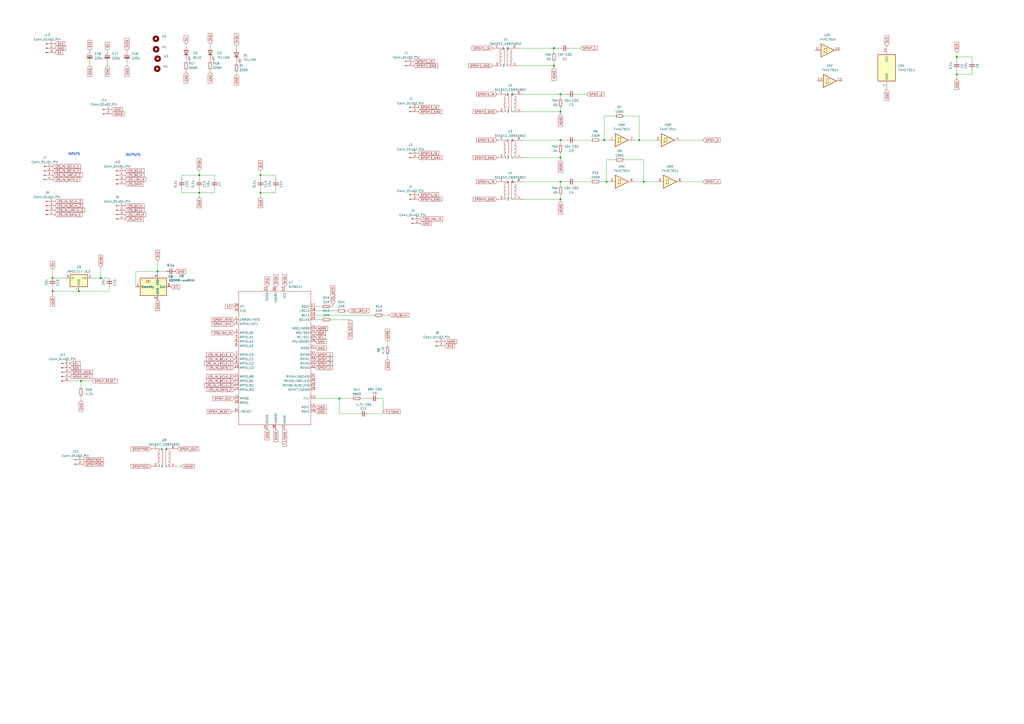
<source format=kicad_sch>
(kicad_sch (version 20231120) (generator "eeschema") (generator_version "8.0")
  (paper "A2")
  (junction (at 351.79 105.41))
  (junction (at 325.12 54.61))
  (junction (at 45.72 168.91))
  (junction (at 370.84 81.28))
  (junction (at 321.31 27.94))
  (junction (at 554.99 33.02))
  (junction (at 325.12 81.28))
  (junction (at 325.12 64.77))
  (junction (at 115.57 111.76))
  (junction (at 58.42 161.29))
  (junction (at 151.13 101.6))
  (junction (at 30.48 161.29))
  (junction (at 321.31 38.1))
  (junction (at 91.44 157.48))
  (junction (at 151.13 111.76))
  (junction (at 325.12 105.41))
  (junction (at 196.85 231.14))
  (junction (at 325.12 91.44))
  (junction (at 46.99 220.98))
  (junction (at 30.48 168.91))
  (junction (at 373.38 105.41))
  (junction (at 325.12 115.57))
  (junction (at 554.99 43.18))
  (junction (at 115.57 101.6))
  (junction (at 350.52 81.28))
  (wire (pts (xy 160.02 104.14) (xy 160.02 101.6)))
  (wire (pts (xy 351.79 92.71) (xy 351.79 105.41)))
  (wire (pts (xy 325.12 83.82) (xy 325.12 81.28)))
  (wire (pts (xy 30.48 168.91) (xy 30.48 171.45)))
  (wire (pts (xy 370.84 67.31) (xy 370.84 81.28)))
  (wire (pts (xy 46.99 232.41) (xy 46.99 229.87)))
  (wire (pts (xy 373.38 92.71) (xy 373.38 105.41)))
  (wire (pts (xy 91.44 151.13) (xy 91.44 157.48)))
  (wire (pts (xy 325.12 113.03) (xy 325.12 115.57)))
  (wire (pts (xy 219.71 231.14) (xy 222.25 231.14)))
  (wire (pts (xy 107.95 40.64) (xy 107.95 41.91)))
  (wire (pts (xy 121.92 26.67) (xy 121.92 25.4)))
  (wire (pts (xy 73.66 29.21) (xy 73.66 30.48)))
  (wire (pts (xy 325.12 115.57) (xy 325.12 116.84)))
  (wire (pts (xy 325.12 88.9) (xy 325.12 91.44)))
  (wire (pts (xy 321.31 30.48) (xy 321.31 27.94)))
  (wire (pts (xy 396.24 105.41) (xy 407.67 105.41)))
  (wire (pts (xy 373.38 105.41) (xy 368.3 105.41)))
  (wire (pts (xy 303.53 91.44) (xy 325.12 91.44)))
  (wire (pts (xy 361.95 92.71) (xy 373.38 92.71)))
  (wire (pts (xy 351.79 105.41) (xy 347.98 105.41)))
  (wire (pts (xy 105.41 101.6) (xy 105.41 104.14)))
  (wire (pts (xy 73.66 38.1) (xy 73.66 35.56)))
  (wire (pts (xy 52.07 29.21) (xy 52.07 30.48)))
  (wire (pts (xy 196.85 231.14) (xy 182.88 231.14)))
  (wire (pts (xy 336.55 27.94) (xy 330.2 27.94)))
  (wire (pts (xy 394.97 81.28) (xy 407.67 81.28)))
  (wire (pts (xy 58.42 161.29) (xy 63.5 161.29)))
  (wire (pts (xy 137.16 27.94) (xy 137.16 26.67)))
  (wire (pts (xy 105.41 270.51) (xy 102.87 270.51)))
  (wire (pts (xy 328.93 54.61) (xy 325.12 54.61)))
  (wire (pts (xy 300.99 38.1) (xy 321.31 38.1)))
  (wire (pts (xy 370.84 81.28) (xy 368.3 81.28)))
  (wire (pts (xy 151.13 104.14) (xy 151.13 101.6)))
  (wire (pts (xy 328.93 105.41) (xy 325.12 105.41)))
  (wire (pts (xy 151.13 101.6) (xy 151.13 99.06)))
  (wire (pts (xy 186.69 177.8) (xy 182.88 177.8)))
  (wire (pts (xy 563.88 43.18) (xy 554.99 43.18)))
  (wire (pts (xy 325.12 57.15) (xy 325.12 54.61)))
  (wire (pts (xy 115.57 101.6) (xy 115.57 99.06)))
  (wire (pts (xy 30.48 161.29) (xy 38.1 161.29)))
  (wire (pts (xy 325.12 27.94) (xy 321.31 27.94)))
  (wire (pts (xy 63.5 168.91) (xy 45.72 168.91)))
  (wire (pts (xy 115.57 111.76) (xy 115.57 109.22)))
  (wire (pts (xy 342.9 81.28) (xy 334.01 81.28)))
  (wire (pts (xy 350.52 67.31) (xy 350.52 81.28)))
  (wire (pts (xy 58.42 154.94) (xy 58.42 161.29)))
  (wire (pts (xy 46.99 220.98) (xy 40.64 220.98)))
  (wire (pts (xy 91.44 157.48) (xy 78.74 157.48)))
  (wire (pts (xy 105.41 111.76) (xy 115.57 111.76)))
  (wire (pts (xy 115.57 101.6) (xy 105.41 101.6)))
  (wire (pts (xy 224.79 200.66) (xy 224.79 198.12)))
  (wire (pts (xy 78.74 157.48) (xy 78.74 166.37)))
  (wire (pts (xy 353.06 105.41) (xy 351.79 105.41)))
  (wire (pts (xy 115.57 104.14) (xy 115.57 101.6)))
  (wire (pts (xy 160.02 101.6) (xy 151.13 101.6)))
  (wire (pts (xy 53.34 220.98) (xy 46.99 220.98)))
  (wire (pts (xy 196.85 231.14) (xy 196.85 240.03)))
  (wire (pts (xy 124.46 109.22) (xy 124.46 111.76)))
  (wire (pts (xy 353.06 81.28) (xy 350.52 81.28)))
  (wire (pts (xy 30.48 166.37) (xy 30.48 168.91)))
  (wire (pts (xy 62.23 38.1) (xy 62.23 35.56)))
  (wire (pts (xy 160.02 109.22) (xy 160.02 111.76)))
  (wire (pts (xy 356.87 92.71) (xy 351.79 92.71)))
  (wire (pts (xy 554.99 33.02) (xy 554.99 30.48)))
  (wire (pts (xy 554.99 35.56) (xy 554.99 33.02)))
  (wire (pts (xy 193.04 176.53) (xy 193.04 177.8)))
  (wire (pts (xy 361.95 67.31) (xy 370.84 67.31)))
  (wire (pts (xy 222.25 231.14) (xy 222.25 240.03)))
  (wire (pts (xy 300.99 27.94) (xy 321.31 27.94)))
  (wire (pts (xy 340.36 54.61) (xy 334.01 54.61)))
  (wire (pts (xy 342.9 105.41) (xy 334.01 105.41)))
  (wire (pts (xy 182.88 182.88) (xy 217.17 182.88)))
  (wire (pts (xy 554.99 45.72) (xy 554.99 43.18)))
  (wire (pts (xy 563.88 33.02) (xy 554.99 33.02)))
  (wire (pts (xy 30.48 156.21) (xy 30.48 161.29)))
  (wire (pts (xy 222.25 182.88) (xy 226.06 182.88)))
  (wire (pts (xy 350.52 81.28) (xy 347.98 81.28)))
  (wire (pts (xy 53.34 161.29) (xy 58.42 161.29)))
  (wire (pts (xy 160.02 111.76) (xy 151.13 111.76)))
  (wire (pts (xy 204.47 231.14) (xy 196.85 231.14)))
  (wire (pts (xy 356.87 67.31) (xy 350.52 67.31)))
  (wire (pts (xy 554.99 43.18) (xy 554.99 40.64)))
  (wire (pts (xy 121.92 40.64) (xy 121.92 41.91)))
  (wire (pts (xy 96.52 157.48) (xy 91.44 157.48)))
  (wire (pts (xy 124.46 101.6) (xy 115.57 101.6)))
  (wire (pts (xy 328.93 81.28) (xy 325.12 81.28)))
  (wire (pts (xy 214.63 231.14) (xy 209.55 231.14)))
  (wire (pts (xy 105.41 109.22) (xy 105.41 111.76)))
  (wire (pts (xy 115.57 114.3) (xy 115.57 111.76)))
  (wire (pts (xy 134.62 238.76) (xy 135.89 238.76)))
  (wire (pts (xy 321.31 38.1) (xy 321.31 39.37)))
  (wire (pts (xy 151.13 111.76) (xy 151.13 109.22)))
  (wire (pts (xy 201.93 180.34) (xy 200.66 180.34)))
  (wire (pts (xy 124.46 111.76) (xy 115.57 111.76)))
  (wire (pts (xy 137.16 36.83) (xy 137.16 35.56)))
  (wire (pts (xy 63.5 166.37) (xy 63.5 168.91)))
  (wire (pts (xy 107.95 26.67) (xy 107.95 25.4)))
  (wire (pts (xy 325.12 64.77) (xy 325.12 66.04)))
  (wire (pts (xy 303.53 115.57) (xy 325.12 115.57)))
  (wire (pts (xy 224.79 208.28) (xy 224.79 205.74)))
  (wire (pts (xy 46.99 224.79) (xy 46.99 220.98)))
  (wire (pts (xy 186.69 185.42) (xy 182.88 185.42)))
  (wire (pts (xy 195.58 180.34) (xy 182.88 180.34)))
  (wire (pts (xy 137.16 41.91) (xy 137.16 43.18)))
  (wire (pts (xy 124.46 101.6) (xy 124.46 104.14)))
  (wire (pts (xy 325.12 62.23) (xy 325.12 64.77)))
  (wire (pts (xy 381 105.41) (xy 373.38 105.41)))
  (wire (pts (xy 303.53 105.41) (xy 325.12 105.41)))
  (wire (pts (xy 52.07 38.1) (xy 52.07 35.56)))
  (wire (pts (xy 208.28 240.03) (xy 196.85 240.03)))
  (wire (pts (xy 325.12 91.44) (xy 325.12 92.71)))
  (wire (pts (xy 303.53 81.28) (xy 325.12 81.28)))
  (wire (pts (xy 121.92 35.56) (xy 121.92 34.29)))
  (wire (pts (xy 325.12 107.95) (xy 325.12 105.41)))
  (wire (pts (xy 222.25 240.03) (xy 213.36 240.03)))
  (wire (pts (xy 563.88 35.56) (xy 563.88 33.02)))
  (wire (pts (xy 563.88 40.64) (xy 563.88 43.18)))
  (wire (pts (xy 379.73 81.28) (xy 370.84 81.28)))
  (wire (pts (xy 30.48 168.91) (xy 45.72 168.91)))
  (wire (pts (xy 203.2 185.42) (xy 191.77 185.42)))
  (wire (pts (xy 303.53 64.77) (xy 325.12 64.77)))
  (wire (pts (xy 151.13 114.3) (xy 151.13 111.76)))
  (wire (pts (xy 303.53 54.61) (xy 325.12 54.61)))
  (wire (pts (xy 321.31 35.56) (xy 321.31 38.1)))
  (wire (pts (xy 91.44 157.48) (xy 91.44 158.75)))
  (wire (pts (xy 62.23 29.21) (xy 62.23 30.48)))
  (wire (pts (xy 107.95 35.56) (xy 107.95 34.29)))
  (wire (pts (xy 193.04 177.8) (xy 191.77 177.8)))
  (text "OUTPUTS" (at 77.216 89.916 0) (effects (font (size 1.27 1.27) (thickness 0.254) (bold yes))))
  (text "INPUTS" (at 42.926 89.408 0) (effects (font (size 1.27 1.27) (thickness 0.254) (bold yes))))
  (global_label "I2S_IN_LRCLK_1" (shape input) (at 30.48 101.6 0) (property "Intersheetrefs" "${INTERSHEET_REFS}" (effects (hide yes))))
  (global_label "GND" (shape input) (at 62.23 38.1 270) (property "Intersheetrefs" "${INTERSHEET_REFS}" (effects (hide yes))))
  (global_label "SPDIF_OUT" (shape input) (at 135.89 231.14 180) (property "Intersheetrefs" "${INTERSHEET_REFS}" (effects (hide yes))))
  (global_label "I2S_IN_SCLK_1" (shape input) (at 30.48 96.52 0) (property "Intersheetrefs" "${INTERSHEET_REFS}" (effects (hide yes))))
  (global_label "I2S_IN_DATA_2" (shape input) (at 31.75 124.46 0) (property "Intersheetrefs" "${INTERSHEET_REFS}" (effects (hide yes))))
  (global_label "GND" (shape input) (at 52.07 38.1 270) (property "Intersheetrefs" "${INTERSHEET_REFS}" (effects (hide yes))))
  (global_label "SPDIF_INT1" (shape input) (at 135.89 187.96 180) (property "Intersheetrefs" "${INTERSHEET_REFS}" (effects (hide yes))))
  (global_label "I2S_BCLK" (shape input) (at 72.39 101.6 0) (property "Intersheetrefs" "${INTERSHEET_REFS}" (effects (hide yes))))
  (global_label "I2S_IN_DATA_1" (shape input) (at 135.89 213.36 180) (property "Intersheetrefs" "${INTERSHEET_REFS}" (effects (hide yes))))
  (global_label "SPDIF2_IN" (shape input) (at 288.29 54.61 180) (property "Intersheetrefs" "${INTERSHEET_REFS}" (effects (hide yes))))
  (global_label "TOSLINK_IN" (shape input) (at 243.84 127 0) (property "Intersheetrefs" "${INTERSHEET_REFS}" (effects (hide yes))))
  (global_label "ADR0" (shape input) (at 224.79 198.12 90) (property "Intersheetrefs" "${INTERSHEET_REFS}" (effects (hide yes))))
  (global_label "SPDIF1_IN" (shape input) (at 240.03 35.56 0) (property "Intersheetrefs" "${INTERSHEET_REFS}" (effects (hide yes))))
  (global_label "AGND" (shape input) (at 160.02 248.92 270) (property "Intersheetrefs" "${INTERSHEET_REFS}" (effects (hide yes))))
  (global_label "3V3A" (shape input) (at 115.57 99.06 90) (property "Intersheetrefs" "${INTERSHEET_REFS}" (effects (hide yes))))
  (global_label "I2S_IN_DATA_1" (shape input) (at 30.48 104.14 0) (property "Intersheetrefs" "${INTERSHEET_REFS}" (effects (hide yes))))
  (global_label "I2S_IN_DATA_2" (shape input) (at 135.89 226.06 180) (property "Intersheetrefs" "${INTERSHEET_REFS}" (effects (hide yes))))
  (global_label "AGND" (shape input) (at 325.12 92.71 270) (property "Intersheetrefs" "${INTERSHEET_REFS}" (effects (hide yes))))
  (global_label "GND" (shape input) (at 154.94 248.92 270) (property "Intersheetrefs" "${INTERSHEET_REFS}" (effects (hide yes))))
  (global_label "GND" (shape input) (at 101.6 157.48 0) (property "Intersheetrefs" "${INTERSHEET_REFS}" (effects (hide yes))))
  (global_label "SDA" (shape input) (at 40.64 213.36 0) (property "Intersheetrefs" "${INTERSHEET_REFS}" (effects (hide yes))))
  (global_label "TOSLINK_IN" (shape input) (at 135.89 193.04 180) (property "Intersheetrefs" "${INTERSHEET_REFS}" (effects (hide yes))))
  (global_label "GND" (shape input) (at 554.99 45.72 270) (property "Intersheetrefs" "${INTERSHEET_REFS}" (effects (hide yes))))
  (global_label "SPDIF_INT1" (shape input) (at 40.64 218.44 0) (property "Intersheetrefs" "${INTERSHEET_REFS}" (effects (hide yes))))
  (global_label "SPDIF_1" (shape input) (at 336.55 27.94 0) (property "Intersheetrefs" "${INTERSHEET_REFS}" (effects (hide yes))))
  (global_label "SPDIF3_IN" (shape input) (at 242.57 88.9 0) (property "Intersheetrefs" "${INTERSHEET_REFS}" (effects (hide yes))))
  (global_label "AGND" (shape input) (at 105.41 270.51 0) (property "Intersheetrefs" "${INTERSHEET_REFS}" (effects (hide yes))))
  (global_label "GND" (shape input) (at 30.48 171.45 270) (property "Intersheetrefs" "${INTERSHEET_REFS}" (effects (hide yes))))
  (global_label "5V" (shape input) (at 62.23 29.21 90) (property "Intersheetrefs" "${INTERSHEET_REFS}" (effects (hide yes))))
  (global_label "I2S_IN_SCLK_2" (shape input) (at 31.75 116.84 0) (property "Intersheetrefs" "${INTERSHEET_REFS}" (effects (hide yes))))
  (global_label "SPDIF_INT0" (shape input) (at 40.64 215.9 0) (property "Intersheetrefs" "${INTERSHEET_REFS}" (effects (hide yes))))
  (global_label "I2S_BCLK" (shape input) (at 72.39 121.92 0) (property "Intersheetrefs" "${INTERSHEET_REFS}" (effects (hide yes))))
  (global_label "3V3" (shape input) (at 514.35 26.67 90) (property "Intersheetrefs" "${INTERSHEET_REFS}" (effects (hide yes))))
  (global_label "3V3" (shape input) (at 31.75 25.4 0) (property "Intersheetrefs" "${INTERSHEET_REFS}" (effects (hide yes))))
  (global_label "SPDIF3_GND" (shape input) (at 288.29 91.44 180) (property "Intersheetrefs" "${INTERSHEET_REFS}" (effects (hide yes))))
  (global_label "SCL" (shape input) (at 182.88 195.58 0) (property "Intersheetrefs" "${INTERSHEET_REFS}" (effects (hide yes))))
  (global_label "AGND" (shape input) (at 321.31 39.37 270) (property "Intersheetrefs" "${INTERSHEET_REFS}" (effects (hide yes))))
  (global_label "ADR0" (shape input) (at 182.88 190.5 0) (property "Intersheetrefs" "${INTERSHEET_REFS}" (effects (hide yes))))
  (global_label "AGND" (shape input) (at 325.12 116.84 270) (property "Intersheetrefs" "${INTERSHEET_REFS}" (effects (hide yes))))
  (global_label "GND" (shape input) (at 64.77 63.5 0) (property "Intersheetrefs" "${INTERSHEET_REFS}" (effects (hide yes))))
  (global_label "SPDIF1_GND" (shape input) (at 240.03 38.1 0) (property "Intersheetrefs" "${INTERSHEET_REFS}" (effects (hide yes))))
  (global_label "FILTGND" (shape input) (at 165.1 248.92 270) (property "Intersheetrefs" "${INTERSHEET_REFS}" (effects (hide yes))))
  (global_label "SPDIF_3" (shape input) (at 407.67 81.28 0) (property "Intersheetrefs" "${INTERSHEET_REFS}" (effects (hide yes))))
  (global_label "3V3A" (shape input) (at 73.66 29.21 90) (property "Intersheetrefs" "${INTERSHEET_REFS}" (effects (hide yes))))
  (global_label "GND" (shape input) (at 73.66 38.1 270) (property "Intersheetrefs" "${INTERSHEET_REFS}" (effects (hide yes))))
  (global_label "3V3" (shape input) (at 154.94 166.37 90) (property "Intersheetrefs" "${INTERSHEET_REFS}" (effects (hide yes))))
  (global_label "ADR0" (shape input) (at 257.81 198.12 0) (property "Intersheetrefs" "${INTERSHEET_REFS}" (effects (hide yes))))
  (global_label "SPDIF1_GND" (shape input) (at 285.75 38.1 180) (property "Intersheetrefs" "${INTERSHEET_REFS}" (effects (hide yes))))
  (global_label "AGND" (shape input) (at 64.77 66.04 0) (property "Intersheetrefs" "${INTERSHEET_REFS}" (effects (hide yes))))
  (global_label "SPDIF_OUT" (shape input) (at 102.87 260.35 0) (property "Intersheetrefs" "${INTERSHEET_REFS}" (effects (hide yes))))
  (global_label "FILTGND" (shape input) (at 222.25 238.76 0) (property "Intersheetrefs" "${INTERSHEET_REFS}" (effects (hide yes))))
  (global_label "3V3A" (shape input) (at 137.16 26.67 90) (property "Intersheetrefs" "${INTERSHEET_REFS}" (effects (hide yes))))
  (global_label "I2S_IN_SCLK_1" (shape input) (at 135.89 205.74 180) (property "Intersheetrefs" "${INTERSHEET_REFS}" (effects (hide yes))))
  (global_label "GND" (shape input) (at 107.95 41.91 270) (property "Intersheetrefs" "${INTERSHEET_REFS}" (effects (hide yes))))
  (global_label "I2S_LRCLK" (shape input) (at 72.39 124.46 0) (property "Intersheetrefs" "${INTERSHEET_REFS}" (effects (hide yes))))
  (global_label "SPDIF_3" (shape input) (at 182.88 210.82 0) (property "Intersheetrefs" "${INTERSHEET_REFS}" (effects (hide yes))))
  (global_label "SPDIF2_IN" (shape input) (at 242.57 62.23 0) (property "Intersheetrefs" "${INTERSHEET_REFS}" (effects (hide yes))))
  (global_label "SPDIF_RESET" (shape input) (at 134.62 238.76 180) (property "Intersheetrefs" "${INTERSHEET_REFS}" (effects (hide yes))))
  (global_label "I2S_DATA" (shape input) (at 72.39 127 0) (property "Intersheetrefs" "${INTERSHEET_REFS}" (effects (hide yes))))
  (global_label "SPDIF4_IN" (shape input) (at 288.29 105.41 180) (property "Intersheetrefs" "${INTERSHEET_REFS}" (effects (hide yes))))
  (global_label "AGND" (shape input) (at 325.12 66.04 270) (property "Intersheetrefs" "${INTERSHEET_REFS}" (effects (hide yes))))
  (global_label "SPDIF3_GND" (shape input) (at 242.57 91.44 0) (property "Intersheetrefs" "${INTERSHEET_REFS}" (effects (hide yes))))
  (global_label "SPDIFPOS" (shape input) (at 87.63 260.35 180) (property "Intersheetrefs" "${INTERSHEET_REFS}" (effects (hide yes))))
  (global_label "3V3" (shape input) (at 257.81 200.66 0) (property "Intersheetrefs" "${INTERSHEET_REFS}" (effects (hide yes))))
  (global_label "5V" (shape input) (at 30.48 156.21 90) (property "Intersheetrefs" "${INTERSHEET_REFS}" (effects (hide yes))))
  (global_label "GND" (shape input) (at 121.92 41.91 270) (property "Intersheetrefs" "${INTERSHEET_REFS}" (effects (hide yes))))
  (global_label "GND" (shape input) (at 31.75 27.94 0) (property "Intersheetrefs" "${INTERSHEET_REFS}" (effects (hide yes))))
  (global_label "I2S_SCLK" (shape input) (at 203.2 185.42 270) (property "Intersheetrefs" "${INTERSHEET_REFS}" (effects (hide yes))))
  (global_label "I2S_IN_LRCLK_1" (shape input) (at 135.89 210.82 180) (property "Intersheetrefs" "${INTERSHEET_REFS}" (effects (hide yes))))
  (global_label "I2S_IN_BCLK_2" (shape input) (at 135.89 220.98 180) (property "Intersheetrefs" "${INTERSHEET_REFS}" (effects (hide yes))))
  (global_label "GND" (shape input) (at 182.88 236.22 0) (property "Intersheetrefs" "${INTERSHEET_REFS}" (effects (hide yes))))
  (global_label "SPDIFPOS" (shape input) (at 48.26 269.24 0) (property "Intersheetrefs" "${INTERSHEET_REFS}" (effects (hide yes))))
  (global_label "3V3" (shape input) (at 554.99 30.48 90) (property "Intersheetrefs" "${INTERSHEET_REFS}" (effects (hide yes))))
  (global_label "I2S_IN_BCLK_1" (shape input) (at 30.48 99.06 0) (property "Intersheetrefs" "${INTERSHEET_REFS}" (effects (hide yes))))
  (global_label "GND" (shape input) (at 91.44 173.99 270) (property "Intersheetrefs" "${INTERSHEET_REFS}" (effects (hide yes))))
  (global_label "I2S_IN_BCLK_2" (shape input) (at 31.75 119.38 0) (property "Intersheetrefs" "${INTERSHEET_REFS}" (effects (hide yes))))
  (global_label "SDA" (shape input) (at 182.88 193.04 0) (property "Intersheetrefs" "${INTERSHEET_REFS}" (effects (hide yes))))
  (global_label "3V3A" (shape input) (at 165.1 166.37 90) (property "Intersheetrefs" "${INTERSHEET_REFS}" (effects (hide yes))))
  (global_label "3V3" (shape input) (at 91.44 151.13 90) (property "Intersheetrefs" "${INTERSHEET_REFS}" (effects (hide yes))))
  (global_label "I2S_LRCLK" (shape input) (at 201.93 180.34 0) (property "Intersheetrefs" "${INTERSHEET_REFS}" (effects (hide yes))))
  (global_label "GND" (shape input) (at 182.88 198.12 0) (property "Intersheetrefs" "${INTERSHEET_REFS}" (effects (hide yes))))
  (global_label "SPDIF2_GND" (shape input) (at 288.29 64.77 180) (property "Intersheetrefs" "${INTERSHEET_REFS}" (effects (hide yes))))
  (global_label "XTI" (shape input) (at 99.06 166.37 0) (property "Intersheetrefs" "${INTERSHEET_REFS}" (effects (hide yes))))
  (global_label "SPDIF2_GND" (shape input) (at 242.57 64.77 0) (property "Intersheetrefs" "${INTERSHEET_REFS}" (effects (hide yes))))
  (global_label "I2S_BCLK" (shape input) (at 226.06 182.88 0) (property "Intersheetrefs" "${INTERSHEET_REFS}" (effects (hide yes))))
  (global_label "GND" (shape input) (at 46.99 232.41 270) (property "Intersheetrefs" "${INTERSHEET_REFS}" (effects (hide yes))))
  (global_label "SPDIF4_GND" (shape input) (at 242.57 115.57 0) (property "Intersheetrefs" "${INTERSHEET_REFS}" (effects (hide yes))))
  (global_label "XTI" (shape input) (at 135.89 177.8 180) (property "Intersheetrefs" "${INTERSHEET_REFS}" (effects (hide yes))))
  (global_label "SPDIF_4" (shape input) (at 407.67 105.41 0) (property "Intersheetrefs" "${INTERSHEET_REFS}" (effects (hide yes))))
  (global_label "3V3A" (shape input) (at 58.42 154.94 90) (property "Intersheetrefs" "${INTERSHEET_REFS}" (effects (hide yes))))
  (global_label "SPDIFNEG" (shape input) (at 48.26 266.7 0) (property "Intersheetrefs" "${INTERSHEET_REFS}" (effects (hide yes))))
  (global_label "I2S_LRCLK" (shape input) (at 72.39 104.14 0) (property "Intersheetrefs" "${INTERSHEET_REFS}" (effects (hide yes))))
  (global_label "3V3" (shape input) (at 121.92 25.4 90) (property "Intersheetrefs" "${INTERSHEET_REFS}" (effects (hide yes))))
  (global_label "GND" (shape input) (at 137.16 43.18 270) (property "Intersheetrefs" "${INTERSHEET_REFS}" (effects (hide yes))))
  (global_label "SPDIFNEG" (shape input) (at 87.63 270.51 180) (property "Intersheetrefs" "${INTERSHEET_REFS}" (effects (hide yes))))
  (global_label "I2S_IN_SCLK_2" (shape input) (at 135.89 218.44 180) (property "Intersheetrefs" "${INTERSHEET_REFS}" (effects (hide yes))))
  (global_label "GND" (shape input) (at 182.88 238.76 0) (property "Intersheetrefs" "${INTERSHEET_REFS}" (effects (hide yes))))
  (global_label "GND" (shape input) (at 224.79 208.28 270) (property "Intersheetrefs" "${INTERSHEET_REFS}" (effects (hide yes))))
  (global_label "GND" (shape input) (at 182.88 201.93 0) (property "Intersheetrefs" "${INTERSHEET_REFS}" (effects (hide yes))))
  (global_label "3V3" (shape input) (at 151.13 99.06 90) (property "Intersheetrefs" "${INTERSHEET_REFS}" (effects (hide yes))))
  (global_label "I2S_IN_LRCLK_2" (shape input) (at 135.89 223.52 180) (property "Intersheetrefs" "${INTERSHEET_REFS}" (effects (hide yes))))
  (global_label "SPDIF_2" (shape input) (at 340.36 54.61 0) (property "Intersheetrefs" "${INTERSHEET_REFS}" (effects (hide yes))))
  (global_label "5V" (shape input) (at 31.75 30.48 0) (property "Intersheetrefs" "${INTERSHEET_REFS}" (effects (hide yes))))
  (global_label "I2S_DATA" (shape input) (at 72.39 106.68 0) (property "Intersheetrefs" "${INTERSHEET_REFS}" (effects (hide yes))))
  (global_label "SPDIF4_GND" (shape input) (at 288.29 115.57 180) (property "Intersheetrefs" "${INTERSHEET_REFS}" (effects (hide yes))))
  (global_label "SCL" (shape input) (at 40.64 210.82 0) (property "Intersheetrefs" "${INTERSHEET_REFS}" (effects (hide yes))))
  (global_label "GND" (shape input) (at 514.35 52.07 270) (property "Intersheetrefs" "${INTERSHEET_REFS}" (effects (hide yes))))
  (global_label "I2S_SCLK" (shape input) (at 72.39 99.06 0) (property "Intersheetrefs" "${INTERSHEET_REFS}" (effects (hide yes))))
  (global_label "GND" (shape input) (at 243.84 129.54 0) (property "Intersheetrefs" "${INTERSHEET_REFS}" (effects (hide yes))))
  (global_label "3V3" (shape input) (at 52.07 29.21 90) (property "Intersheetrefs" "${INTERSHEET_REFS}" (effects (hide yes))))
  (global_label "I2S_DATA" (shape input) (at 193.04 176.53 90) (property "Intersheetrefs" "${INTERSHEET_REFS}" (effects (hide yes))))
  (global_label "SPDIF3_IN" (shape input) (at 288.29 81.28 180) (property "Intersheetrefs" "${INTERSHEET_REFS}" (effects (hide yes))))
  (global_label "SPDIF_2" (shape input) (at 182.88 208.28 0) (property "Intersheetrefs" "${INTERSHEET_REFS}" (effects (hide yes))))
  (global_label "GND" (shape input) (at 151.13 114.3 270) (property "Intersheetrefs" "${INTERSHEET_REFS}" (effects (hide yes))))
  (global_label "GND" (shape input) (at 115.57 114.3 270) (property "Intersheetrefs" "${INTERSHEET_REFS}" (effects (hide yes))))
  (global_label "SPDIF_INT0" (shape input) (at 135.89 185.42 180) (property "Intersheetrefs" "${INTERSHEET_REFS}" (effects (hide yes))))
  (global_label "SPDIF_4" (shape input) (at 182.88 213.36 0) (property "Intersheetrefs" "${INTERSHEET_REFS}" (effects (hide yes))))
  (global_label "SPDIF1_IN" (shape input) (at 285.75 27.94 180) (property "Intersheetrefs" "${INTERSHEET_REFS}" (effects (hide yes))))
  (global_label "I2S_IN_BCLK_1" (shape input) (at 135.89 208.28 180) (property "Intersheetrefs" "${INTERSHEET_REFS}" (effects (hide yes))))
  (global_label "SPDIF_1" (shape input) (at 182.88 205.74 0) (property "Intersheetrefs" "${INTERSHEET_REFS}" (effects (hide yes))))
  (global_label "5V" (shape input) (at 107.95 25.4 90) (property "Intersheetrefs" "${INTERSHEET_REFS}" (effects (hide yes))))
  (global_label "I2S_SCLK" (shape input) (at 72.39 119.38 0) (property "Intersheetrefs" "${INTERSHEET_REFS}" (effects (hide yes))))
  (global_label "SPDIF_RESET" (shape input) (at 53.34 220.98 0) (property "Intersheetrefs" "${INTERSHEET_REFS}" (effects (hide yes))))
  (global_label "SPDIF4_IN" (shape input) (at 242.57 113.03 0) (property "Intersheetrefs" "${INTERSHEET_REFS}" (effects (hide yes))))
  (global_label "I2S_IN_LRCLK_2" (shape input) (at 31.75 121.92 0) (property "Intersheetrefs" "${INTERSHEET_REFS}" (effects (hide yes))))
  (global_label "3V3A" (shape input) (at 160.02 166.37 90) (property "Intersheetrefs" "${INTERSHEET_REFS}" (effects (hide yes))))
  (symbol (lib_id "Device:R_Small") (at 359.41 92.71 90) (unit 1)
    (property "Reference" "R9" (at 359.41 87.63 90))
    (property "Value" "100K" (at 359.41 90.17 90))
    (property "Footprint" "Resistor_SMD:R_0603_1608Metric_Pad0.98x0.95mm_HandSolder" (effects (hide yes)))
    (property "Description" "Resistor, small symbol" (effects (hide yes)))
    (property "Mouser" "71-CRCW0603-75-E3" (effects (hide yes)))
  )
  (symbol (lib_id "Connector:Conn_01x04_Pin") (at 26.67 119.38 0) (unit 1)
    (property "Reference" "J9" (at 27.305 111.76 0))
    (property "Value" "Conn_01x04_Pin" (at 27.305 114.3 0))
    (property "Footprint" "Connector_JST:JST_PH_B4B-PH-K_1x04_P2.00mm_Vertical" (effects (hide yes)))
    (property "Description" "Generic connector, single row, 01x04, script generated" (effects (hide yes)))
  )
  (symbol (lib_id "Connector:Conn_01x02_Pin") (at 252.73 198.12 0) (unit 1)
    (property "Reference" "J8" (at 253.365 193.04 0))
    (property "Value" "Conn_01x02_Pin" (at 253.365 195.58 0))
    (property "Footprint" "Connector_PinHeader_2.54mm:PinHeader_1x02_P2.54mm_Vertical" (effects (hide yes)))
    (property "Description" "Generic connector, single row, 01x02, script generated" (effects (hide yes)))
  )
  (symbol (lib_id "Regulator_Linear:AMS1117-3.3") (at 45.72 161.29 0) (unit 1)
    (property "Reference" "U9" (at 45.72 154.94 0))
    (property "Value" "AMS1117-3.3" (at 45.72 157.48 0))
    (property "Footprint" "Package_TO_SOT_SMD:SOT-223-3_TabPin2" (effects (hide yes)))
    (property "Datasheet" "http://www.advanced-monolithic.com/pdf/ds1117.pdf" (effects (hide yes)))
    (property "Description" "1A Low Dropout regulator, positive, 3.3V fixed output, SOT-223" (effects (hide yes)))
  )
  (symbol (lib_id "Device:C_Small") (at 105.41 106.68 180) (unit 1)
    (property "Reference" "C10" (at 108.458 106.807 90))
    (property "Value" "0.1u" (at 101.727 106.6737 90))
    (property "Footprint" "Capacitor_SMD:C_0805_2012Metric_Pad1.18x1.45mm_HandSolder" (effects (hide yes)))
    (property "Description" "Unpolarized capacitor, small symbol" (effects (hide yes)))
  )
  (symbol (lib_id "Device:C_Small") (at 217.17 231.14 270) (unit 1)
    (property "Reference" "C9" (at 217.297 228.092 90))
    (property "Value" "68n C0G" (at 217.424 225.806 90))
    (property "Footprint" "Capacitor_SMD:C_1206_3216Metric" (effects (hide yes)))
    (property "Description" "Unpolarized capacitor, small symbol" (effects (hide yes)))
    (property "Mouser" " 81-GRM3195C1H683JA5D " (effects (hide yes)))
  )
  (symbol (lib_id "Device:C_Small") (at 30.48 163.83 180) (unit 1)
    (property "Reference" "C19" (at 33.528 163.957 90))
    (property "Value" "10u" (at 26.797 163.8237 90))
    (property "Footprint" "Capacitor_SMD:C_1206_3216Metric_Pad1.33x1.80mm_HandSolder" (effects (hide yes)))
    (property "Description" "Unpolarized capacitor, small symbol" (effects (hide yes)))
  )
  (symbol (lib_id "easyeda2kicad:DA101C_C6931652") (at 295.91 110.49 0) (unit 1)
    (property "Reference" "U4" (at 295.9146 100.33 0))
    (property "Value" "DA101C_C6931652" (at 295.9146 102.87 0))
    (property "Footprint" "easyeda2kicad:XFMR-TH_4P-L9.5-W9.0-P5.08-LS10.2_C9900096976" (effects (hide yes)))
    (property "LCSC Part" "C6931652" (effects (hide yes)))
    (property "Mouser" "580-DA101C " (effects (hide yes)))
  )
  (symbol (lib_id "Device:R_Small") (at 345.44 81.28 90) (unit 1)
    (property "Reference" "R6" (at 345.44 76.2 90))
    (property "Value" "220R" (at 345.44 78.74 90))
    (property "Footprint" "Resistor_SMD:R_0603_1608Metric_Pad0.98x0.95mm_HandSolder" (effects (hide yes)))
    (property "Description" "Resistor, small symbol" (effects (hide yes)))
    (property "Mouser" "71-CRCW0603-75-E3" (effects (hide yes)))
  )
  (symbol (lib_id "Device:R_Small") (at 224.79 203.2 180) (unit 1)
    (property "Reference" "R8" (at 219.71 203.2 90))
    (property "Value" "4.7K" (at 222.25 203.2 90))
    (property "Footprint" "Resistor_SMD:R_0603_1608Metric" (effects (hide yes)))
    (property "Description" "Resistor, small symbol" (effects (hide yes)))
  )
  (symbol (lib_id "Custom:DIX9211") (at 160.02 248.92 0) (unit 1)
    (property "Reference" "U7" (at 167.2941 163.83 0) (effects (justify left)))
    (property "Value" "DIX9211" (at 167.2941 166.37 0) (effects (justify left)))
    (property "Footprint" "Package_QFP:LQFP-48_7x7mm_P0.5mm" (effects (hide yes)))
    (property "Mouser" "595-DIX9211PTR" (effects (hide yes)))
  )
  (symbol (lib_id "Connector:Conn_01x04_Pin") (at 67.31 101.6 0) (unit 1)
    (property "Reference" "J10" (at 67.945 93.98 0))
    (property "Value" "Conn_01x04_Pin" (at 67.945 96.52 0))
    (property "Footprint" "Connector_JST:JST_PH_B4B-PH-K_1x04_P2.00mm_Vertical" (effects (hide yes)))
    (property "Description" "Generic connector, single row, 01x04, script generated" (effects (hide yes)))
  )
  (symbol (lib_id "Device:LED") (at 137.16 31.75 90) (unit 1)
    (property "Reference" "D1" (at 141.224 32.0675 90) (effects (justify right)))
    (property "Value" "YELLOW" (at 141.224 34.6075 90) (effects (justify right)))
    (property "Footprint" "LED_SMD:LED_0603_1608Metric" (effects (hide yes)))
  )
  (symbol (lib_id "Device:R_Small") (at 325.12 59.69 0) (unit 1)
    (property "Reference" "R3" (at 323.596 60.96 0) (effects (justify right)))
    (property "Value" "75R" (at 323.596 58.42 0) (effects (justify right)))
    (property "Footprint" "Resistor_SMD:R_0603_1608Metric_Pad0.98x0.95mm_HandSolder" (effects (hide yes)))
    (property "Description" "Resistor, small symbol" (effects (hide yes)))
    (property "Mouser" "71-CRCW0603-75-E3" (effects (hide yes)))
  )
  (symbol (lib_id "easyeda2kicad:DA101C_C6931652") (at 295.91 59.69 0) (unit 1)
    (property "Reference" "U2" (at 295.9146 49.53 0))
    (property "Value" "DA101C_C6931652" (at 295.9146 52.07 0))
    (property "Footprint" "easyeda2kicad:XFMR-TH_4P-L9.5-W9.0-P5.08-LS10.2_C9900096976" (effects (hide yes)))
    (property "LCSC Part" "C6931652" (effects (hide yes)))
    (property "Mouser" "580-DA101C " (effects (hide yes)))
  )
  (symbol (lib_id "Device:C_Small") (at 554.99 38.1 180) (unit 1)
    (property "Reference" "C5" (at 558.038 38.227 90))
    (property "Value" "0.1u" (at 551.307 38.0937 90))
    (property "Footprint" "Capacitor_SMD:C_0805_2012Metric_Pad1.18x1.45mm_HandSolder" (effects (hide yes)))
    (property "Description" "Unpolarized capacitor, small symbol" (effects (hide yes)))
  )
  (symbol (lib_id "Mechanical:MountingHole") (at 90.424 22.479 0) (unit 1)
    (property "Reference" "H3" (at 93.853 21.209 0) (effects (justify left)))
    (property "Value" "MountingHole" (effects (hide yes)))
    (property "Footprint" "MountingHole:MountingHole_3.2mm_M3_DIN965_Pad_TopOnly" (effects (hide yes)))
    (property "Description" "Mounting Hole without connection" (effects (hide yes)))
  )
  (symbol (lib_id "Device:C_Small") (at 124.46 106.68 180) (unit 1)
    (property "Reference" "C7" (at 127.508 106.807 90))
    (property "Value" "10u" (at 120.777 106.6737 90))
    (property "Footprint" "Capacitor_SMD:C_1206_3216Metric_Pad1.33x1.80mm_HandSolder" (effects (hide yes)))
    (property "Description" "Unpolarized capacitor, small symbol" (effects (hide yes)))
  )
  (symbol (lib_id "Device:R_Small") (at 321.31 33.02 0) (unit 1)
    (property "Reference" "R2" (at 319.786 34.29 0) (effects (justify right)))
    (property "Value" "75R" (at 319.786 31.75 0) (effects (justify right)))
    (property "Footprint" "Resistor_SMD:R_0603_1608Metric_Pad0.98x0.95mm_HandSolder" (effects (hide yes)))
    (property "Description" "Resistor, small symbol" (effects (hide yes)))
    (property "Mouser" "71-CRCW0603-75-E3" (effects (hide yes)))
  )
  (symbol (lib_id "Device:C_Small") (at 151.13 106.68 180) (unit 1)
    (property "Reference" "C13" (at 154.178 106.807 90))
    (property "Value" "0.1u" (at 147.447 106.6737 90))
    (property "Footprint" "Capacitor_SMD:C_0805_2012Metric_Pad1.18x1.45mm_HandSolder" (effects (hide yes)))
    (property "Description" "Unpolarized capacitor, small symbol" (effects (hide yes)))
  )
  (symbol (lib_id "Device:R_Small") (at 189.23 185.42 90) (unit 1)
    (property "Reference" "R12" (at 189.23 180.34 90))
    (property "Value" "22R" (at 189.23 182.88 90))
    (property "Footprint" "Resistor_SMD:R_0805_2012Metric" (effects (hide yes)))
    (property "Description" "Resistor, small symbol" (effects (hide yes)))
  )
  (symbol (lib_id "Connector:Conn_01x02_Pin") (at 43.18 266.7 0) (unit 1)
    (property "Reference" "J12" (at 43.815 261.874 0))
    (property "Value" "Conn_01x02_Pin" (at 43.815 264.414 0))
    (property "Footprint" "Connector_JST:JST_XH_B2B-XH-A_1x02_P2.50mm_Vertical" (effects (hide yes)))
    (property "Description" "Generic connector, single row, 01x02, script generated" (effects (hide yes)))
  )
  (symbol (lib_id "Device:R_Small") (at 121.92 38.1 180) (unit 1)
    (property "Reference" "R18" (at 123.444 36.83 0) (effects (justify right)))
    (property "Value" "325R" (at 123.444 39.37 0) (effects (justify right)))
    (property "Footprint" "Resistor_SMD:R_0603_1608Metric_Pad0.98x0.95mm_HandSolder" (effects (hide yes)))
  )
  (symbol (lib_id "Mechanical:MountingHole") (at 91.186 39.878 0) (unit 1)
    (property "Reference" "H4" (at 94.615 38.608 0) (effects (justify left)))
    (property "Value" "MountingHole" (effects (hide yes)))
    (property "Footprint" "MountingHole:MountingHole_3.2mm_M3_DIN965_Pad_TopOnly" (effects (hide yes)))
    (property "Description" "Mounting Hole without connection" (effects (hide yes)))
  )
  (symbol (lib_id "74xx:74HC7014") (at 360.68 81.28 0) (unit 1)
    (property "Reference" "U5" (at 360.68 72.39 0))
    (property "Value" "74HC7014" (at 360.68 74.93 0))
    (property "Footprint" "Package_SO:TSSOP-14_4.4x5mm_P0.65mm" (effects (hide yes)))
    (property "Datasheet" "https://assets.nexperia.com/documents/data-sheet/74HC7014.pdf" (effects (hide yes)))
    (property "Description" "Hex non-inverting buffer with precision Schmitt Trigger inputs, SOIC-14" (effects (hide yes)))
    (property "Mouser" " 771-74HC7014D-T " (effects (hide yes)))
  )
  (symbol (lib_id "Device:R_Small") (at 207.01 231.14 90) (unit 1)
    (property "Reference" "R11" (at 207.01 226.06 90))
    (property "Value" "680R" (at 207.01 228.6 90))
    (property "Footprint" "Resistor_SMD:R_0603_1608Metric" (effects (hide yes)))
    (property "Description" "Resistor, small symbol" (effects (hide yes)))
    (property "Mouser" " 603-RT0603FRE07680RL " (effects (hide yes)))
  )
  (symbol (lib_id "Device:C_Polarized_Small") (at 73.66 33.02 0) (unit 1)
    (property "Reference" "C16" (at 76.327 31.2039 0) (effects (justify left)))
    (property "Value" "220u" (at 76.327 33.7439 0) (effects (justify left)))
    (property "Footprint" "Capacitor_THT:CP_Radial_D6.3mm_P2.50mm" (effects (hide yes)))
    (property "Description" "Polarized capacitor, small symbol" (effects (hide yes)))
  )
  (symbol (lib_id "74xx:74HC7014") (at 388.62 105.41 0) (unit 4)
    (property "Reference" "U5" (at 388.62 96.52 0))
    (property "Value" "74HC7014" (at 388.62 99.06 0))
    (property "Footprint" "Package_SO:TSSOP-14_4.4x5mm_P0.65mm" (effects (hide yes)))
    (property "Datasheet" "https://assets.nexperia.com/documents/data-sheet/74HC7014.pdf" (effects (hide yes)))
    (property "Description" "Hex non-inverting buffer with precision Schmitt Trigger inputs, SOIC-14" (effects (hide yes)))
    (property "Mouser" " 771-74HC7014D-T " (effects (hide yes)))
  )
  (symbol (lib_id "Device:R_Small") (at 137.16 39.37 180) (unit 1)
    (property "Reference" "R1" (at 138.684 38.1 0) (effects (justify right)))
    (property "Value" "325R" (at 138.684 40.64 0) (effects (justify right)))
    (property "Footprint" "Resistor_SMD:R_0603_1608Metric_Pad0.98x0.95mm_HandSolder" (effects (hide yes)))
  )
  (symbol (lib_id "Device:C_Small") (at 115.57 106.68 180) (unit 1)
    (property "Reference" "C12" (at 118.618 106.807 90))
    (property "Value" "0.1u" (at 111.887 106.6737 90))
    (property "Footprint" "Capacitor_SMD:C_0805_2012Metric_Pad1.18x1.45mm_HandSolder" (effects (hide yes)))
    (property "Description" "Unpolarized capacitor, small symbol" (effects (hide yes)))
  )
  (symbol (lib_id "Device:R_Small") (at 198.12 180.34 90) (unit 1)
    (property "Reference" "R14" (at 198.12 175.26 90))
    (property "Value" "22R" (at 198.12 177.8 90))
    (property "Footprint" "Resistor_SMD:R_0805_2012Metric" (effects (hide yes)))
    (property "Description" "Resistor, small symbol" (effects (hide yes)))
    (property "Mouser" "603-RT0805FRE0722RL " (effects (hide yes)))
  )
  (symbol (lib_id "74xx:74HC7014") (at 360.68 105.41 0) (unit 3)
    (property "Reference" "U5" (at 360.68 96.52 0))
    (property "Value" "74HC7014" (at 360.68 99.06 0))
    (property "Footprint" "Package_SO:TSSOP-14_4.4x5mm_P0.65mm" (effects (hide yes)))
    (property "Datasheet" "https://assets.nexperia.com/documents/data-sheet/74HC7014.pdf" (effects (hide yes)))
    (property "Description" "Hex non-inverting buffer with precision Schmitt Trigger inputs, SOIC-14" (effects (hide yes)))
    (property "Mouser" " 771-74HC7014D-T " (effects (hide yes)))
  )
  (symbol (lib_id "Device:C_Small") (at 99.06 157.48 90) (unit 1)
    (property "Reference" "C8" (at 98.933 160.528 90))
    (property "Value" "0.1u" (at 99.0663 153.797 90))
    (property "Footprint" "Capacitor_SMD:C_0805_2012Metric_Pad1.18x1.45mm_HandSolder" (effects (hide yes)))
    (property "Description" "Unpolarized capacitor, small symbol" (effects (hide yes)))
  )
  (symbol (lib_id "Connector:Conn_01x02_Pin") (at 237.49 113.03 0) (unit 1)
    (property "Reference" "J4" (at 238.125 108.204 0))
    (property "Value" "Conn_01x02_Pin" (at 238.125 110.744 0))
    (property "Footprint" "Connector_JST:JST_XH_B2B-XH-A_1x02_P2.50mm_Vertical" (effects (hide yes)))
    (property "Description" "Generic connector, single row, 01x02, script generated" (effects (hide yes)))
  )
  (symbol (lib_id "Mechanical:MountingHole") (at 90.551 28.575 0) (unit 1)
    (property "Reference" "H1" (at 93.98 27.305 0) (effects (justify left)))
    (property "Value" "MountingHole" (effects (hide yes)))
    (property "Footprint" "MountingHole:MountingHole_3.2mm_M3_DIN965_Pad_TopOnly" (effects (hide yes)))
    (property "Description" "Mounting Hole without connection" (effects (hide yes)))
  )
  (symbol (lib_id "Device:C_Polarized_Small") (at 52.07 33.02 0) (unit 1)
    (property "Reference" "C18" (at 54.737 31.2039 0) (effects (justify left)))
    (property "Value" "220u" (at 54.737 33.7439 0) (effects (justify left)))
    (property "Footprint" "Capacitor_THT:CP_Radial_D6.3mm_P2.50mm" (effects (hide yes)))
    (property "Description" "Polarized capacitor, small symbol" (effects (hide yes)))
  )
  (symbol (lib_id "74xx:74HC7014") (at 481.33 46.99 0) (unit 6)
    (property "Reference" "U5" (at 481.33 38.1 0))
    (property "Value" "74HC7014" (at 481.33 40.64 0))
    (property "Footprint" "Package_SO:TSSOP-14_4.4x5mm_P0.65mm" (effects (hide yes)))
    (property "Datasheet" "https://assets.nexperia.com/documents/data-sheet/74HC7014.pdf" (effects (hide yes)))
    (property "Description" "Hex non-inverting buffer with precision Schmitt Trigger inputs, SOIC-14" (effects (hide yes)))
    (property "Mouser" " 771-74HC7014D-T " (effects (hide yes)))
  )
  (symbol (lib_id "Connector:Conn_01x02_Pin") (at 59.69 63.5 0) (unit 1)
    (property "Reference" "J14" (at 60.325 58.039 0))
    (property "Value" "Conn_01x02_Pin" (at 60.325 60.579 0))
    (property "Footprint" "Connector_PinHeader_2.54mm:PinHeader_1x02_P2.54mm_Vertical" (effects (hide yes)))
    (property "Description" "Generic connector, single row, 01x02, script generated" (effects (hide yes)))
  )
  (symbol (lib_id "Device:C_Small") (at 563.88 38.1 180) (unit 1)
    (property "Reference" "C6" (at 566.928 38.227 90))
    (property "Value" "10u" (at 560.197 38.0937 90))
    (property "Footprint" "Capacitor_SMD:C_1206_3216Metric_Pad1.33x1.80mm_HandSolder" (effects (hide yes)))
    (property "Description" "Unpolarized capacitor, small symbol" (effects (hide yes)))
  )
  (symbol (lib_id "easyeda2kicad:DA101C_C6931652") (at 95.25 265.43 0) (unit 1)
    (property "Reference" "U8" (at 95.2546 255.27 0))
    (property "Value" "DA101C_C6931652" (at 95.2546 257.81 0))
    (property "Footprint" "easyeda2kicad:XFMR-TH_4P-L9.5-W9.0-P5.08-LS10.2_C9900096976" (effects (hide yes)))
    (property "LCSC Part" "C6931652" (effects (hide yes)))
    (property "Mouser" "580-DA101C " (effects (hide yes)))
  )
  (symbol (lib_id "Connector:Conn_01x02_Pin") (at 238.76 127 0) (unit 1)
    (property "Reference" "J5" (at 239.395 122.174 0))
    (property "Value" "Conn_01x02_Pin" (at 239.395 124.714 0))
    (property "Footprint" "Connector_JST:JST_XH_B2B-XH-A_1x02_P2.50mm_Vertical" (effects (hide yes)))
    (property "Description" "Generic connector, single row, 01x02, script generated" (effects (hide yes)))
  )
  (symbol (lib_id "Connector:Conn_01x02_Pin") (at 237.49 62.23 0) (unit 1)
    (property "Reference" "J2" (at 238.125 57.404 0))
    (property "Value" "Conn_01x02_Pin" (at 238.125 59.944 0))
    (property "Footprint" "Connector_JST:JST_XH_B2B-XH-A_1x02_P2.50mm_Vertical" (effects (hide yes)))
    (property "Description" "Generic connector, single row, 01x02, script generated" (effects (hide yes)))
  )
  (symbol (lib_id "Device:R_Small") (at 46.99 227.33 180) (unit 1)
    (property "Reference" "R16" (at 49.53 226.0599 0) (effects (justify right)))
    (property "Value" "4.7K" (at 49.53 228.5999 0) (effects (justify right)))
    (property "Footprint" "Resistor_SMD:R_0603_1608Metric" (effects (hide yes)))
    (property "Description" "Resistor, small symbol" (effects (hide yes)))
  )
  (symbol (lib_id "Connector:Conn_01x02_Pin") (at 234.95 35.56 0) (unit 1)
    (property "Reference" "J1" (at 235.585 30.734 0))
    (property "Value" "Conn_01x02_Pin" (at 235.585 33.274 0))
    (property "Footprint" "Connector_JST:JST_XH_B2B-XH-A_1x02_P2.50mm_Vertical" (effects (hide yes)))
    (property "Description" "Generic connector, single row, 01x02, script generated" (effects (hide yes)))
  )
  (symbol (lib_id "Device:R_Small") (at 345.44 105.41 90) (unit 1)
    (property "Reference" "R10" (at 345.44 100.33 90))
    (property "Value" "220R" (at 345.44 102.87 90))
    (property "Footprint" "Resistor_SMD:R_0603_1608Metric_Pad0.98x0.95mm_HandSolder" (effects (hide yes)))
    (property "Description" "Resistor, small symbol" (effects (hide yes)))
    (property "Mouser" "71-CRCW0603-75-E3" (effects (hide yes)))
  )
  (symbol (lib_id "Device:C_Polarized_Small") (at 62.23 33.02 0) (unit 1)
    (property "Reference" "C17" (at 64.897 31.2039 0) (effects (justify left)))
    (property "Value" "220u" (at 64.897 33.7439 0) (effects (justify left)))
    (property "Footprint" "Capacitor_THT:CP_Radial_D6.3mm_P2.50mm" (effects (hide yes)))
    (property "Description" "Polarized capacitor, small symbol" (effects (hide yes)))
  )
  (symbol (lib_id "Device:R_Small") (at 107.95 38.1 180) (unit 1)
    (property "Reference" "R17" (at 109.474 36.83 0) (effects (justify right)))
    (property "Value" "500R" (at 109.474 39.37 0) (effects (justify right)))
    (property "Footprint" "Resistor_SMD:R_0603_1608Metric_Pad0.98x0.95mm_HandSolder" (effects (hide yes)))
  )
  (symbol (lib_id "Connector:Conn_01x03_Pin") (at 26.67 27.94 0) (unit 1)
    (property "Reference" "J13" (at 27.305 20.32 0))
    (property "Value" "Conn_01x03_Pin" (at 27.305 22.86 0))
    (property "Footprint" "Connector_JST:JST_PH_B3B-PH-K_1x03_P2.00mm_Vertical" (effects (hide yes)))
    (property "Description" "Generic connector, single row, 01x03, script generated" (effects (hide yes)))
  )
  (symbol (lib_id "Device:C_Small") (at 63.5 163.83 180) (unit 1)
    (property "Reference" "C15" (at 66.548 163.957 90))
    (property "Value" "10u" (at 59.817 163.8237 90))
    (property "Footprint" "Capacitor_SMD:C_1206_3216Metric_Pad1.33x1.80mm_HandSolder" (effects (hide yes)))
    (property "Description" "Unpolarized capacitor, small symbol" (effects (hide yes)))
  )
  (symbol (lib_id "Connector:Conn_01x02_Pin") (at 237.49 88.9 0) (unit 1)
    (property "Reference" "J3" (at 238.125 84.074 0))
    (property "Value" "Conn_01x02_Pin" (at 238.125 86.614 0))
    (property "Footprint" "Connector_JST:JST_XH_B2B-XH-A_1x02_P2.50mm_Vertical" (effects (hide yes)))
    (property "Description" "Generic connector, single row, 01x02, script generated" (effects (hide yes)))
  )
  (symbol (lib_id "74xx:74HC7014") (at 387.35 81.28 0) (unit 2)
    (property "Reference" "U5" (at 387.35 72.39 0))
    (property "Value" "74HC7014" (at 387.35 74.93 0))
    (property "Footprint" "Package_SO:TSSOP-14_4.4x5mm_P0.65mm" (effects (hide yes)))
    (property "Datasheet" "https://assets.nexperia.com/documents/data-sheet/74HC7014.pdf" (effects (hide yes)))
    (property "Description" "Hex non-inverting buffer with precision Schmitt Trigger inputs, SOIC-14" (effects (hide yes)))
    (property "Mouser" " 771-74HC7014D-T " (effects (hide yes)))
  )
  (symbol (lib_id "Connector:Conn_01x04_Pin") (at 67.31 121.92 0) (unit 1)
    (property "Reference" "J6" (at 67.945 114.3 0))
    (property "Value" "Conn_01x04_Pin" (at 67.945 116.84 0))
    (property "Footprint" "Connector_PinHeader_2.54mm:PinHeader_1x04_P2.54mm_Vertical" (effects (hide yes)))
    (property "Description" "Generic connector, single row, 01x04, script generated" (effects (hide yes)))
  )
  (symbol (lib_id "Device:C_Small") (at 331.47 81.28 270) (unit 1)
    (property "Reference" "C3" (at 331.4637 87.503 90))
    (property "Value" "10n C0G" (at 331.4637 84.963 90))
    (property "Footprint" "Capacitor_SMD:C_0805_2012Metric_Pad1.18x1.45mm_HandSolder" (effects (hide yes)))
    (property "Description" "Unpolarized capacitor, small symbol" (effects (hide yes)))
    (property "Mouser" "791-0805N103G250CT" (effects (hide yes)))
  )
  (symbol (lib_id "easyeda2kicad:DA101C_C6931652") (at 293.37 33.02 0) (unit 1)
    (property "Reference" "U1" (at 293.3746 22.86 0))
    (property "Value" "DA101C_C6931652" (at 293.3746 25.4 0))
    (property "Footprint" "easyeda2kicad:XFMR-TH_4P-L9.5-W9.0-P5.08-LS10.2_C9900096976" (effects (hide yes)))
    (property "LCSC Part" "C6931652" (effects (hide yes)))
    (property "Mouser" "580-DA101C " (effects (hide yes)))
  )
  (symbol (lib_id "Device:LED") (at 121.92 30.48 90) (unit 1)
    (property "Reference" "D3" (at 125.984 30.7975 90) (effects (justify right)))
    (property "Value" "YELLOW" (at 125.984 33.3375 90) (effects (justify right)))
    (property "Footprint" "LED_SMD:LED_0603_1608Metric" (effects (hide yes)))
  )
  (symbol (lib_id "Device:R_Small") (at 189.23 177.8 90) (unit 1)
    (property "Reference" "R15" (at 189.23 172.72 90))
    (property "Value" "22R" (at 189.23 175.26 90))
    (property "Footprint" "Resistor_SMD:R_0805_2012Metric" (effects (hide yes)))
    (property "Description" "Resistor, small symbol" (effects (hide yes)))
    (property "Mouser" "603-RT0805FRE0722RL " (effects (hide yes)))
  )
  (symbol (lib_id "Connector:Conn_01x05_Pin") (at 35.56 215.9 0) (unit 1)
    (property "Reference" "J11" (at 36.195 205.74 0))
    (property "Value" "Conn_01x05_Pin" (at 36.195 208.28 0))
    (property "Footprint" "Connector_JST:JST_PH_B5B-PH-K_1x05_P2.00mm_Vertical" (effects (hide yes)))
    (property "Description" "Generic connector, single row, 01x05, script generated" (effects (hide yes)))
  )
  (symbol (lib_id "Connector:Conn_01x04_Pin") (at 25.4 99.06 0) (unit 1)
    (property "Reference" "J7" (at 26.035 91.44 0))
    (property "Value" "Conn_01x04_Pin" (at 26.035 93.98 0))
    (property "Footprint" "Connector_JST:JST_PH_B4B-PH-K_1x04_P2.00mm_Vertical" (effects (hide yes)))
    (property "Description" "Generic connector, single row, 01x04, script generated" (effects (hide yes)))
  )
  (symbol (lib_id "Device:R_Small") (at 219.71 182.88 90) (unit 1)
    (property "Reference" "R13" (at 219.71 177.8 90))
    (property "Value" "22R" (at 219.71 180.34 90))
    (property "Footprint" "Resistor_SMD:R_0805_2012Metric" (effects (hide yes)))
    (property "Description" "Resistor, small symbol" (effects (hide yes)))
    (property "Mouser" "603-RT0805FRE0722RL " (effects (hide yes)))
  )
  (symbol (lib_id "Device:R_Small") (at 359.41 67.31 90) (unit 1)
    (property "Reference" "R7" (at 359.41 62.23 90))
    (property "Value" "100K" (at 359.41 64.77 90))
    (property "Footprint" "Resistor_SMD:R_0603_1608Metric_Pad0.98x0.95mm_HandSolder" (effects (hide yes)))
    (property "Description" "Resistor, small symbol" (effects (hide yes)))
    (property "Mouser" "71-CRCW0603-75-E3" (effects (hide yes)))
  )
  (symbol (lib_id "Device:C_Small") (at 327.66 27.94 270) (unit 1)
    (property "Reference" "C1" (at 327.6537 34.163 90))
    (property "Value" "10n C0G" (at 327.6537 31.623 90))
    (property "Footprint" "Capacitor_SMD:C_0805_2012Metric_Pad1.18x1.45mm_HandSolder" (effects (hide yes)))
    (property "Description" "Unpolarized capacitor, small symbol" (effects (hide yes)))
    (property "Mouser" "791-0805N103G250CT" (effects (hide yes)))
  )
  (symbol (lib_id "Device:C_Small") (at 331.47 54.61 270) (unit 1)
    (property "Reference" "C2" (at 331.4637 60.833 90))
    (property "Value" "10n C0G" (at 331.4637 58.293 90))
    (property "Footprint" "Capacitor_SMD:C_0805_2012Metric_Pad1.18x1.45mm_HandSolder" (effects (hide yes)))
    (property "Description" "Unpolarized capacitor, small symbol" (effects (hide yes)))
    (property "Mouser" "791-0805N103G250CT" (effects (hide yes)))
  )
  (symbol (lib_id "Device:C_Small") (at 331.47 105.41 270) (unit 1)
    (property "Reference" "C4" (at 331.4637 111.633 90))
    (property "Value" "10n C0G" (at 331.4637 109.093 90))
    (property "Footprint" "Capacitor_SMD:C_0805_2012Metric_Pad1.18x1.45mm_HandSolder" (effects (hide yes)))
    (property "Description" "Unpolarized capacitor, small symbol" (effects (hide yes)))
    (property "Mouser" "791-0805N103G250CT" (effects (hide yes)))
  )
  (symbol (lib_id "74xx:74HC7014") (at 514.35 39.37 0) (unit 7)
    (property "Reference" "U5" (at 520.7 38.0999 0) (effects (justify left)))
    (property "Value" "74HC7014" (at 520.7 40.6399 0) (effects (justify left)))
    (property "Footprint" "Package_SO:TSSOP-14_4.4x5mm_P0.65mm" (effects (hide yes)))
    (property "Datasheet" "https://assets.nexperia.com/documents/data-sheet/74HC7014.pdf" (effects (hide yes)))
    (property "Description" "Hex non-inverting buffer with precision Schmitt Trigger inputs, SOIC-14" (effects (hide yes)))
    (property "Mouser" " 771-74HC7014D-T " (effects (hide yes)))
  )
  (symbol (lib_id "Device:C_Small") (at 160.02 106.68 180) (unit 1)
    (property "Reference" "C14" (at 163.068 106.807 90))
    (property "Value" "10u" (at 156.337 106.6737 90))
    (property "Footprint" "Capacitor_SMD:C_1206_3216Metric_Pad1.33x1.80mm_HandSolder" (effects (hide yes)))
    (property "Description" "Unpolarized capacitor, small symbol" (effects (hide yes)))
  )
  (symbol (lib_id "Device:R_Small") (at 325.12 110.49 0) (unit 1)
    (property "Reference" "R5" (at 323.596 111.76 0) (effects (justify right)))
    (property "Value" "75R" (at 323.596 109.22 0) (effects (justify right)))
    (property "Footprint" "Resistor_SMD:R_0603_1608Metric_Pad0.98x0.95mm_HandSolder" (effects (hide yes)))
    (property "Description" "Resistor, small symbol" (effects (hide yes)))
    (property "Mouser" "71-CRCW0603-75-E3" (effects (hide yes)))
  )
  (symbol (lib_id "74xx:74HC7014") (at 480.06 29.21 0) (unit 5)
    (property "Reference" "U5" (at 480.06 20.32 0))
    (property "Value" "74HC7014" (at 480.06 22.86 0))
    (property "Footprint" "Package_SO:TSSOP-14_4.4x5mm_P0.65mm" (effects (hide yes)))
    (property "Datasheet" "https://assets.nexperia.com/documents/data-sheet/74HC7014.pdf" (effects (hide yes)))
    (property "Description" "Hex non-inverting buffer with precision Schmitt Trigger inputs, SOIC-14" (effects (hide yes)))
    (property "Mouser" " 771-74HC7014D-T " (effects (hide yes)))
  )
  (symbol (lib_id "Oscillator:ASDMB-xxxMHz") (at 88.9 166.37 0) (unit 1)
    (property "Reference" "U6" (at 105.41 160.0514 0))
    (property "Value" "ASDMB-xxxMHz" (at 105.41 162.5914 0))
    (property "Footprint" "Oscillator:Oscillator_SMD_Abracon_ASE-4Pin_3.2x2.5mm" (effects (hide yes)))
    (property "Datasheet" "https://abracon.com/Oscillators/ASDMB.pdf" (effects (hide yes)))
    (property "Description" "1.8-3.3V SMD Ultra Miniature Crystal Clock Oscillator, Abracon" (effects (hide yes)))
    (property "Mouser" "346-3225Z24.5760C1KX " (effects (hide yes)))
  )
  (symbol (lib_id "easyeda2kicad:DA101C_C6931652") (at 295.91 86.36 0) (unit 1)
    (property "Reference" "U3" (at 295.9146 76.2 0))
    (property "Value" "DA101C_C6931652" (at 295.9146 78.74 0))
    (property "Footprint" "easyeda2kicad:XFMR-TH_4P-L9.5-W9.0-P5.08-LS10.2_C9900096976" (effects (hide yes)))
    (property "LCSC Part" "C6931652" (effects (hide yes)))
    (property "Mouser" "580-DA101C " (effects (hide yes)))
  )
  (symbol (lib_id "Device:LED") (at 107.95 30.48 90) (unit 1)
    (property "Reference" "D2" (at 112.014 30.7975 90) (effects (justify right)))
    (property "Value" "BLUE" (at 112.014 33.3375 90) (effects (justify right)))
    (property "Footprint" "LED_SMD:LED_0603_1608Metric" (effects (hide yes)))
  )
  (symbol (lib_id "Device:C_Small") (at 210.82 240.03 270) (unit 1)
    (property "Reference" "C11" (at 210.947 236.982 90))
    (property "Value" "4.7n C0G" (at 211.074 234.696 90))
    (property "Footprint" "Capacitor_SMD:C_0603_1608Metric" (effects (hide yes)))
    (property "Description" "Unpolarized capacitor, small symbol" (effects (hide yes)))
    (property "Mouser" " 791-0603N472F500CT " (effects (hide yes)))
  )
  (symbol (lib_id "Device:R_Small") (at 325.12 86.36 0) (unit 1)
    (property "Reference" "R4" (at 323.596 87.63 0) (effects (justify right)))
    (property "Value" "75R" (at 323.596 85.09 0) (effects (justify right)))
    (property "Footprint" "Resistor_SMD:R_0603_1608Metric_Pad0.98x0.95mm_HandSolder" (effects (hide yes)))
    (property "Description" "Resistor, small symbol" (effects (hide yes)))
    (property "Mouser" "71-CRCW0603-75-E3" (effects (hide yes)))
  )
  (symbol (lib_id "Mechanical:MountingHole") (at 91.44 34.036 0) (unit 1)
    (property "Reference" "H2" (at 94.869 32.766 0) (effects (justify left)))
    (property "Value" "MountingHole" (effects (hide yes)))
    (property "Footprint" "MountingHole:MountingHole_3.2mm_M3_DIN965_Pad_TopOnly" (effects (hide yes)))
    (property "Description" "Mounting Hole without connection" (effects (hide yes)))
  )
)
</source>
